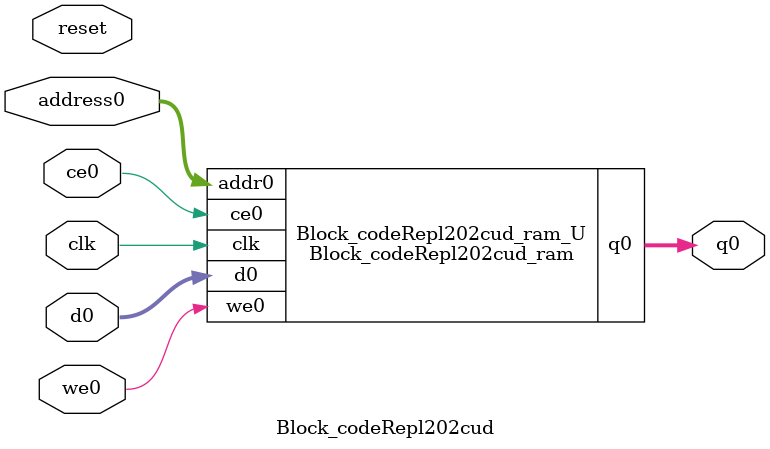
<source format=v>
`timescale 1 ns / 1 ps
module Block_codeRepl202cud_ram (addr0, ce0, d0, we0, q0,  clk);

parameter DWIDTH = 32;
parameter AWIDTH = 9;
parameter MEM_SIZE = 322;

input[AWIDTH-1:0] addr0;
input ce0;
input[DWIDTH-1:0] d0;
input we0;
output reg[DWIDTH-1:0] q0;
input clk;

(* ram_style = "block" *)reg [DWIDTH-1:0] ram[0:MEM_SIZE-1];




always @(posedge clk)  
begin 
    if (ce0) begin
        if (we0) 
            ram[addr0] <= d0; 
        q0 <= ram[addr0];
    end
end


endmodule

`timescale 1 ns / 1 ps
module Block_codeRepl202cud(
    reset,
    clk,
    address0,
    ce0,
    we0,
    d0,
    q0);

parameter DataWidth = 32'd32;
parameter AddressRange = 32'd322;
parameter AddressWidth = 32'd9;
input reset;
input clk;
input[AddressWidth - 1:0] address0;
input ce0;
input we0;
input[DataWidth - 1:0] d0;
output[DataWidth - 1:0] q0;



Block_codeRepl202cud_ram Block_codeRepl202cud_ram_U(
    .clk( clk ),
    .addr0( address0 ),
    .ce0( ce0 ),
    .we0( we0 ),
    .d0( d0 ),
    .q0( q0 ));

endmodule


</source>
